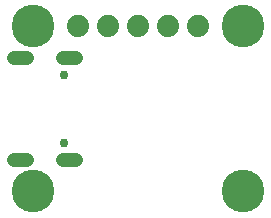
<source format=gbr>
G04 EAGLE Gerber RS-274X export*
G75*
%MOMM*%
%FSLAX34Y34*%
%LPD*%
%INSoldermask Bottom*%
%IPPOS*%
%AMOC8*
5,1,8,0,0,1.08239X$1,22.5*%
G01*
%ADD10C,3.617600*%
%ADD11C,1.209600*%
%ADD12C,0.751600*%
%ADD13C,1.879600*%


D10*
X203200Y25400D03*
X203200Y165100D03*
X25400Y25400D03*
X25400Y165100D03*
D11*
X20110Y138450D02*
X9030Y138450D01*
X9030Y52050D02*
X20110Y52050D01*
X50830Y52050D02*
X61910Y52050D01*
X61910Y138450D02*
X50830Y138450D01*
D12*
X51370Y66350D03*
X51370Y124150D03*
D13*
X63500Y165100D03*
X88900Y165100D03*
X114300Y165100D03*
X139700Y165100D03*
X165100Y165100D03*
M02*

</source>
